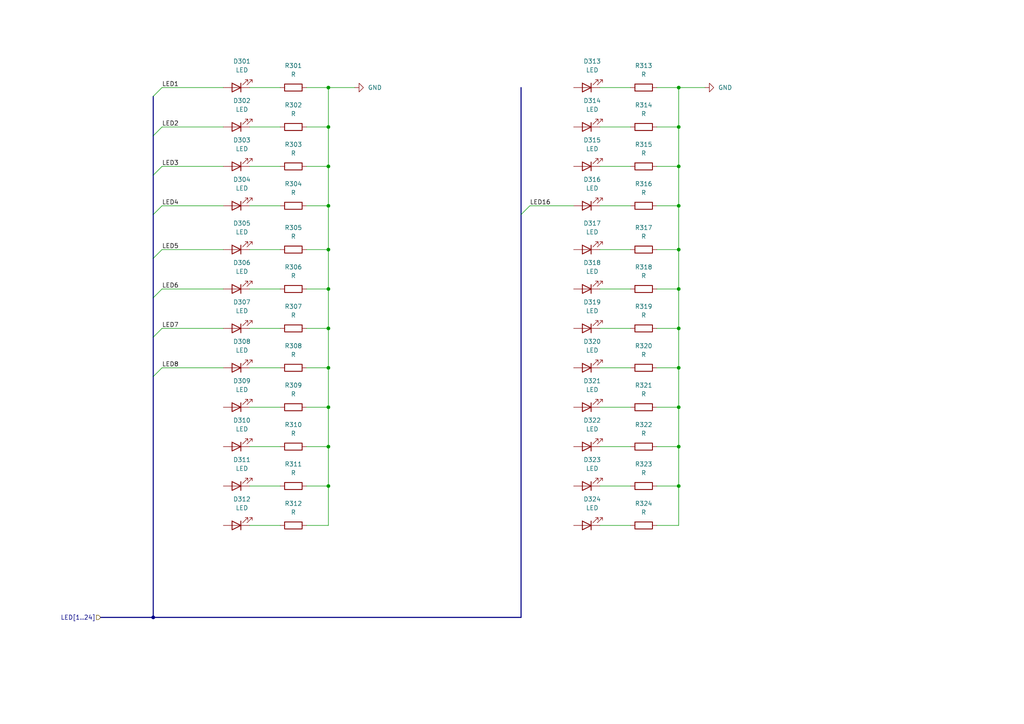
<source format=kicad_sch>
(kicad_sch (version 20230121) (generator eeschema)
  (paper "A4")
  (lib_symbols
    (symbol "Device:LED" (pin_numbers hide) (pin_names (offset 1.016) hide)
      (property "Reference" "D" (at 0 2.54 0))
      (property "Value" "LED" (at 0 -2.54 0))
      (symbol "LED_0_1"
        (polyline (pts (xy -1.27 -1.27) (xy -1.27 1.27)) (stroke (width 0.254)))
        (polyline (pts (xy -1.27 0) (xy 1.27 0)))
        (polyline (pts (xy 1.27 -1.27) (xy 1.27 1.27) (xy -1.27 0) (xy 1.27 -1.27)) (stroke (width 0.254)))
        (polyline (pts (xy -3.048 -0.762) (xy -4.572 -2.286) (xy -3.81 -2.286) (xy -4.572 -2.286) (xy -4.572 -1.524)))
        (polyline (pts (xy -1.778 -0.762) (xy -3.302 -2.286) (xy -2.54 -2.286) (xy -3.302 -2.286) (xy -3.302 -1.524)))
      )
      (symbol "LED_1_1"
        (pin passive line (at -3.81 0 0) (length 2.54) (name "K") (number "1"))
        (pin passive line (at 3.81 0 180) (length 2.54) (name "A") (number "2"))
      )
    )
    (symbol "Device:R" (pin_numbers hide) (pin_names (offset 0))
      (property "Reference" "R" (at 2.032 0 90))
      (property "Value" "R" (at 0 0 90))
      (symbol "R_0_1"
        (rectangle (start -1.016 -2.54) (end 1.016 2.54) (stroke (width 0.254)))
      )
      (symbol "R_1_1"
        (pin passive line (at 0 3.81 270) (length 1.27) (name "~") (number "1"))
        (pin passive line (at 0 -3.81 90) (length 1.27) (name "~") (number "2"))
      )
    )
    (symbol "power:GND" (power) (pin_names (offset 0))
      (property "Value" "GND" (at 0 -3.81 0))
      (symbol "GND_0_1"
        (polyline (pts (xy 0 0) (xy 0 -1.27) (xy 1.27 -1.27) (xy 0 -2.54) (xy -1.27 -1.27) (xy 0 -1.27)))
      )
      (symbol "GND_1_1"
        (pin power_in line (at 0 0 270) (length 0) hide (name "GND") (number "1"))
      )
    )
  )
  (junction (at 95.25 95.25))
  (junction (at 95.25 83.82))
  (junction (at 196.85 140.97))
  (junction (at 196.85 95.25))
  (junction (at 196.85 118.11))
  (junction (at 95.25 129.54))
  (junction (at 196.85 129.54))
  (junction (at 196.85 36.83))
  (junction (at 95.25 118.11))
  (junction (at 196.85 106.68))
  (junction (at 95.25 48.26))
  (junction (at 95.25 72.39))
  (junction (at 196.85 59.69))
  (junction (at 196.85 72.39))
  (junction (at 95.25 106.68))
  (junction (at 196.85 25.4))
  (junction (at 44.45 179.07))
  (junction (at 196.85 48.26))
  (junction (at 95.25 140.97))
  (junction (at 196.85 83.82))
  (junction (at 95.25 25.4))
  (junction (at 95.25 59.69))
  (junction (at 95.25 36.83))
  (bus_entry (at 44.45 109.22) (size 2.54 -2.54))
  (bus_entry (at 44.45 27.94) (size 2.54 -2.54))
  (bus_entry (at 44.45 97.79) (size 2.54 -2.54))
  (bus_entry (at 44.45 74.93) (size 2.54 -2.54))
  (bus_entry (at 44.45 50.8) (size 2.54 -2.54))
  (bus_entry (at 44.45 39.37) (size 2.54 -2.54))
  (bus_entry (at 44.45 86.36) (size 2.54 -2.54))
  (bus_entry (at 44.45 62.23) (size 2.54 -2.54))
  (bus_entry (at 151.13 62.23) (size 2.54 -2.54))
  (wire (pts (xy 88.9 95.25) (xy 95.25 95.25)))
  (wire (pts (xy 95.25 25.4) (xy 95.25 36.83)))
  (wire (pts (xy 190.5 129.54) (xy 196.85 129.54)))
  (wire (pts (xy 72.39 25.4) (xy 81.28 25.4)))
  (wire (pts (xy 95.25 25.4) (xy 102.87 25.4)))
  (wire (pts (xy 196.85 25.4) (xy 204.47 25.4)))
  (wire (pts (xy 88.9 72.39) (xy 95.25 72.39)))
  (bus (pts (xy 44.45 179.07) (xy 151.13 179.07)))
  (bus (pts (xy 44.45 27.94) (xy 44.45 39.37)))
  (wire (pts (xy 88.9 48.26) (xy 95.25 48.26)))
  (wire (pts (xy 173.99 59.69) (xy 182.88 59.69)))
  (bus (pts (xy 44.45 97.79) (xy 44.45 109.22)))
  (wire (pts (xy 196.85 118.11) (xy 196.85 129.54)))
  (bus (pts (xy 151.13 25.4) (xy 151.13 62.23)))
  (wire (pts (xy 173.99 36.83) (xy 182.88 36.83)))
  (wire (pts (xy 72.39 72.39) (xy 81.28 72.39)))
  (wire (pts (xy 173.99 118.11) (xy 182.88 118.11)))
  (bus (pts (xy 44.45 109.22) (xy 44.45 179.07)))
  (wire (pts (xy 173.99 72.39) (xy 182.88 72.39)))
  (wire (pts (xy 72.39 83.82) (xy 81.28 83.82)))
  (wire (pts (xy 173.99 48.26) (xy 182.88 48.26)))
  (wire (pts (xy 88.9 83.82) (xy 95.25 83.82)))
  (wire (pts (xy 88.9 36.83) (xy 95.25 36.83)))
  (wire (pts (xy 88.9 59.69) (xy 95.25 59.69)))
  (bus (pts (xy 44.45 39.37) (xy 44.45 50.8)))
  (wire (pts (xy 72.39 118.11) (xy 81.28 118.11)))
  (wire (pts (xy 190.5 118.11) (xy 196.85 118.11)))
  (bus (pts (xy 44.45 62.23) (xy 44.45 74.93)))
  (wire (pts (xy 95.25 118.11) (xy 95.25 129.54)))
  (wire (pts (xy 196.85 95.25) (xy 196.85 106.68)))
  (wire (pts (xy 46.99 106.68) (xy 64.77 106.68)))
  (wire (pts (xy 190.5 83.82) (xy 196.85 83.82)))
  (wire (pts (xy 72.39 129.54) (xy 81.28 129.54)))
  (wire (pts (xy 72.39 48.26) (xy 81.28 48.26)))
  (wire (pts (xy 95.25 36.83) (xy 95.25 48.26)))
  (wire (pts (xy 95.25 95.25) (xy 95.25 106.68)))
  (bus (pts (xy 151.13 62.23) (xy 151.13 179.07)))
  (wire (pts (xy 72.39 95.25) (xy 81.28 95.25)))
  (wire (pts (xy 88.9 129.54) (xy 95.25 129.54)))
  (wire (pts (xy 173.99 95.25) (xy 182.88 95.25)))
  (wire (pts (xy 46.99 36.83) (xy 64.77 36.83)))
  (wire (pts (xy 95.25 59.69) (xy 95.25 72.39)))
  (wire (pts (xy 95.25 129.54) (xy 95.25 140.97)))
  (wire (pts (xy 46.99 95.25) (xy 64.77 95.25)))
  (wire (pts (xy 173.99 152.4) (xy 182.88 152.4)))
  (wire (pts (xy 196.85 36.83) (xy 196.85 48.26)))
  (wire (pts (xy 173.99 106.68) (xy 182.88 106.68)))
  (wire (pts (xy 190.5 59.69) (xy 196.85 59.69)))
  (wire (pts (xy 88.9 118.11) (xy 95.25 118.11)))
  (wire (pts (xy 190.5 140.97) (xy 196.85 140.97)))
  (wire (pts (xy 88.9 152.4) (xy 95.25 152.4)))
  (wire (pts (xy 196.85 72.39) (xy 196.85 83.82)))
  (wire (pts (xy 95.25 83.82) (xy 95.25 95.25)))
  (wire (pts (xy 173.99 140.97) (xy 182.88 140.97)))
  (wire (pts (xy 46.99 48.26) (xy 64.77 48.26)))
  (bus (pts (xy 44.45 74.93) (xy 44.45 86.36)))
  (wire (pts (xy 72.39 152.4) (xy 81.28 152.4)))
  (wire (pts (xy 190.5 25.4) (xy 196.85 25.4)))
  (wire (pts (xy 88.9 25.4) (xy 95.25 25.4)))
  (wire (pts (xy 46.99 59.69) (xy 64.77 59.69)))
  (bus (pts (xy 44.45 50.8) (xy 44.45 62.23)))
  (wire (pts (xy 196.85 48.26) (xy 196.85 59.69)))
  (wire (pts (xy 196.85 59.69) (xy 196.85 72.39)))
  (wire (pts (xy 173.99 25.4) (xy 182.88 25.4)))
  (wire (pts (xy 95.25 106.68) (xy 95.25 118.11)))
  (wire (pts (xy 88.9 140.97) (xy 95.25 140.97)))
  (wire (pts (xy 72.39 140.97) (xy 81.28 140.97)))
  (wire (pts (xy 190.5 95.25) (xy 196.85 95.25)))
  (bus (pts (xy 44.45 86.36) (xy 44.45 97.79)))
  (wire (pts (xy 72.39 36.83) (xy 81.28 36.83)))
  (wire (pts (xy 196.85 106.68) (xy 196.85 118.11)))
  (wire (pts (xy 173.99 129.54) (xy 182.88 129.54)))
  (wire (pts (xy 46.99 83.82) (xy 64.77 83.82)))
  (wire (pts (xy 72.39 59.69) (xy 81.28 59.69)))
  (wire (pts (xy 173.99 83.82) (xy 182.88 83.82)))
  (wire (pts (xy 153.67 59.69) (xy 166.37 59.69)))
  (wire (pts (xy 95.25 140.97) (xy 95.25 152.4)))
  (wire (pts (xy 46.99 72.39) (xy 64.77 72.39)))
  (wire (pts (xy 95.25 72.39) (xy 95.25 83.82)))
  (wire (pts (xy 190.5 72.39) (xy 196.85 72.39)))
  (wire (pts (xy 72.39 106.68) (xy 81.28 106.68)))
  (wire (pts (xy 196.85 129.54) (xy 196.85 140.97)))
  (wire (pts (xy 196.85 83.82) (xy 196.85 95.25)))
  (wire (pts (xy 46.99 25.4) (xy 64.77 25.4)))
  (bus (pts (xy 29.21 179.07) (xy 44.45 179.07)))
  (wire (pts (xy 190.5 152.4) (xy 196.85 152.4)))
  (wire (pts (xy 95.25 48.26) (xy 95.25 59.69)))
  (wire (pts (xy 190.5 48.26) (xy 196.85 48.26)))
  (wire (pts (xy 190.5 106.68) (xy 196.85 106.68)))
  (wire (pts (xy 196.85 140.97) (xy 196.85 152.4)))
  (wire (pts (xy 88.9 106.68) (xy 95.25 106.68)))
  (wire (pts (xy 196.85 25.4) (xy 196.85 36.83)))
  (wire (pts (xy 190.5 36.83) (xy 196.85 36.83)))
  (label "LED3" (at 46.99 48.26 0))
  (label "LED4" (at 46.99 59.69 0))
  (label "LED7" (at 46.99 95.25 0))
  (label "LED2" (at 46.99 36.83 0))
  (label "LED5" (at 46.99 72.39 0))
  (label "LED6" (at 46.99 83.82 0))
  (label "LED8" (at 46.99 106.68 0))
  (label "LED1" (at 46.99 25.4 0))
  (label "LED16" (at 153.67 59.69 0))
  (hierarchical_label "LED[1..24]" (shape input) (at 29.21 179.07 180))
  (symbol (lib_id "Device:LED") (at 68.58 59.69 180) (unit 1)
    (property "Reference" "D304" (at 70.1675 52.07 0))
    (property "Value" "LED" (at 70.1675 54.61 0))
    (property "Footprint" "LED_THT:LED_D5.0mm" (effects hide))
  )
  (symbol (lib_id "Device:R") (at 85.09 129.54 90) (unit 1)
    (property "Reference" "R310" (at 85.09 123.19 90))
    (property "Value" "R" (at 85.09 125.73 90))
    (property "Footprint" "Resistor_THT:R_Axial_DIN0207_L6.3mm_D2.5mm_P7.62mm_Horizontal" (effects hide))
  )
  (symbol (lib_id "Device:R") (at 186.69 95.25 90) (unit 1)
    (property "Reference" "R319" (at 186.69 88.9 90))
    (property "Value" "R" (at 186.69 91.44 90))
    (property "Footprint" "Resistor_THT:R_Axial_DIN0207_L6.3mm_D2.5mm_P7.62mm_Horizontal" (effects hide))
  )
  (symbol (lib_id "Device:LED") (at 170.18 129.54 180) (unit 1)
    (property "Reference" "D322" (at 171.7675 121.92 0))
    (property "Value" "LED" (at 171.7675 124.46 0))
    (property "Footprint" "LED_THT:LED_D5.0mm" (effects hide))
  )
  (symbol (lib_id "Device:R") (at 85.09 106.68 90) (unit 1)
    (property "Reference" "R308" (at 85.09 100.33 90))
    (property "Value" "R" (at 85.09 102.87 90))
    (property "Footprint" "Resistor_THT:R_Axial_DIN0207_L6.3mm_D2.5mm_P7.62mm_Horizontal" (effects hide))
  )
  (symbol (lib_id "Device:LED") (at 68.58 129.54 180) (unit 1)
    (property "Reference" "D310" (at 70.1675 121.92 0))
    (property "Value" "LED" (at 70.1675 124.46 0))
    (property "Footprint" "LED_THT:LED_D5.0mm" (effects hide))
  )
  (symbol (lib_id "Device:LED") (at 170.18 48.26 180) (unit 1)
    (property "Reference" "D315" (at 171.7675 40.64 0))
    (property "Value" "LED" (at 171.7675 43.18 0))
    (property "Footprint" "LED_THT:LED_D5.0mm" (effects hide))
  )
  (symbol (lib_id "Device:R") (at 85.09 140.97 90) (unit 1)
    (property "Reference" "R311" (at 85.09 134.62 90))
    (property "Value" "R" (at 85.09 137.16 90))
    (property "Footprint" "Resistor_THT:R_Axial_DIN0207_L6.3mm_D2.5mm_P7.62mm_Horizontal" (effects hide))
  )
  (symbol (lib_id "Device:R") (at 186.69 83.82 90) (unit 1)
    (property "Reference" "R318" (at 186.69 77.47 90))
    (property "Value" "R" (at 186.69 80.01 90))
    (property "Footprint" "Resistor_THT:R_Axial_DIN0207_L6.3mm_D2.5mm_P7.62mm_Horizontal" (effects hide))
  )
  (symbol (lib_id "Device:R") (at 85.09 118.11 90) (unit 1)
    (property "Reference" "R309" (at 85.09 111.76 90))
    (property "Value" "R" (at 85.09 114.3 90))
    (property "Footprint" "Resistor_THT:R_Axial_DIN0207_L6.3mm_D2.5mm_P7.62mm_Horizontal" (effects hide))
  )
  (symbol (lib_id "Device:LED") (at 68.58 152.4 180) (unit 1)
    (property "Reference" "D312" (at 70.1675 144.78 0))
    (property "Value" "LED" (at 70.1675 147.32 0))
    (property "Footprint" "LED_THT:LED_D5.0mm" (effects hide))
  )
  (symbol (lib_id "Device:LED") (at 170.18 95.25 180) (unit 1)
    (property "Reference" "D319" (at 171.7675 87.63 0))
    (property "Value" "LED" (at 171.7675 90.17 0))
    (property "Footprint" "LED_THT:LED_D5.0mm" (effects hide))
  )
  (symbol (lib_id "Device:LED") (at 68.58 72.39 180) (unit 1)
    (property "Reference" "D305" (at 70.1675 64.77 0))
    (property "Value" "LED" (at 70.1675 67.31 0))
    (property "Footprint" "LED_THT:LED_D5.0mm" (effects hide))
  )
  (symbol (lib_id "Device:R") (at 186.69 59.69 90) (unit 1)
    (property "Reference" "R316" (at 186.69 53.34 90))
    (property "Value" "R" (at 186.69 55.88 90))
    (property "Footprint" "Resistor_THT:R_Axial_DIN0207_L6.3mm_D2.5mm_P7.62mm_Horizontal" (effects hide))
  )
  (symbol (lib_id "Device:R") (at 85.09 48.26 90) (unit 1)
    (property "Reference" "R303" (at 85.09 41.91 90))
    (property "Value" "R" (at 85.09 44.45 90))
    (property "Footprint" "Resistor_THT:R_Axial_DIN0207_L6.3mm_D2.5mm_P7.62mm_Horizontal" (effects hide))
  )
  (symbol (lib_id "Device:LED") (at 170.18 140.97 180) (unit 1)
    (property "Reference" "D323" (at 171.7675 133.35 0))
    (property "Value" "LED" (at 171.7675 135.89 0))
    (property "Footprint" "LED_THT:LED_D5.0mm" (effects hide))
  )
  (symbol (lib_id "Device:LED") (at 68.58 118.11 180) (unit 1)
    (property "Reference" "D309" (at 70.1675 110.49 0))
    (property "Value" "LED" (at 70.1675 113.03 0))
    (property "Footprint" "LED_THT:LED_D5.0mm" (effects hide))
  )
  (symbol (lib_id "Device:R") (at 85.09 95.25 90) (unit 1)
    (property "Reference" "R307" (at 85.09 88.9 90))
    (property "Value" "R" (at 85.09 91.44 90))
    (property "Footprint" "Resistor_THT:R_Axial_DIN0207_L6.3mm_D2.5mm_P7.62mm_Horizontal" (effects hide))
  )
  (symbol (lib_id "Device:R") (at 85.09 83.82 90) (unit 1)
    (property "Reference" "R306" (at 85.09 77.47 90))
    (property "Value" "R" (at 85.09 80.01 90))
    (property "Footprint" "Resistor_THT:R_Axial_DIN0207_L6.3mm_D2.5mm_P7.62mm_Horizontal" (effects hide))
  )
  (symbol (lib_id "Device:LED") (at 68.58 140.97 180) (unit 1)
    (property "Reference" "D311" (at 70.1675 133.35 0))
    (property "Value" "LED" (at 70.1675 135.89 0))
    (property "Footprint" "LED_THT:LED_D5.0mm" (effects hide))
  )
  (symbol (lib_id "Device:R") (at 186.69 129.54 90) (unit 1)
    (property "Reference" "R322" (at 186.69 123.19 90))
    (property "Value" "R" (at 186.69 125.73 90))
    (property "Footprint" "Resistor_THT:R_Axial_DIN0207_L6.3mm_D2.5mm_P7.62mm_Horizontal" (effects hide))
  )
  (symbol (lib_id "Device:R") (at 186.69 140.97 90) (unit 1)
    (property "Reference" "R323" (at 186.69 134.62 90))
    (property "Value" "R" (at 186.69 137.16 90))
    (property "Footprint" "Resistor_THT:R_Axial_DIN0207_L6.3mm_D2.5mm_P7.62mm_Horizontal" (effects hide))
  )
  (symbol (lib_id "power:GND") (at 204.47 25.4 90) (unit 1)
    (property "Reference" "#PWR0302" (effects hide))
    (property "Value" "GND" (at 208.28 25.4 90) (effects (justify right)))
  )
  (symbol (lib_id "Device:LED") (at 170.18 106.68 180) (unit 1)
    (property "Reference" "D320" (at 171.7675 99.06 0))
    (property "Value" "LED" (at 171.7675 101.6 0))
    (property "Footprint" "LED_THT:LED_D5.0mm" (effects hide))
  )
  (symbol (lib_id "Device:R") (at 186.69 72.39 90) (unit 1)
    (property "Reference" "R317" (at 186.69 66.04 90))
    (property "Value" "R" (at 186.69 68.58 90))
    (property "Footprint" "Resistor_THT:R_Axial_DIN0207_L6.3mm_D2.5mm_P7.62mm_Horizontal" (effects hide))
  )
  (symbol (lib_id "Device:LED") (at 170.18 152.4 180) (unit 1)
    (property "Reference" "D324" (at 171.7675 144.78 0))
    (property "Value" "LED" (at 171.7675 147.32 0))
    (property "Footprint" "LED_THT:LED_D5.0mm" (effects hide))
  )
  (symbol (lib_id "Device:LED") (at 68.58 106.68 180) (unit 1)
    (property "Reference" "D308" (at 70.1675 99.06 0))
    (property "Value" "LED" (at 70.1675 101.6 0))
    (property "Footprint" "LED_THT:LED_D5.0mm" (effects hide))
  )
  (symbol (lib_id "Device:LED") (at 170.18 72.39 180) (unit 1)
    (property "Reference" "D317" (at 171.7675 64.77 0))
    (property "Value" "LED" (at 171.7675 67.31 0))
    (property "Footprint" "LED_THT:LED_D5.0mm" (effects hide))
  )
  (symbol (lib_id "Device:R") (at 186.69 106.68 90) (unit 1)
    (property "Reference" "R320" (at 186.69 100.33 90))
    (property "Value" "R" (at 186.69 102.87 90))
    (property "Footprint" "Resistor_THT:R_Axial_DIN0207_L6.3mm_D2.5mm_P7.62mm_Horizontal" (effects hide))
  )
  (symbol (lib_id "Device:R") (at 85.09 72.39 90) (unit 1)
    (property "Reference" "R305" (at 85.09 66.04 90))
    (property "Value" "R" (at 85.09 68.58 90))
    (property "Footprint" "Resistor_THT:R_Axial_DIN0207_L6.3mm_D2.5mm_P7.62mm_Horizontal" (effects hide))
  )
  (symbol (lib_id "Device:LED") (at 68.58 83.82 180) (unit 1)
    (property "Reference" "D306" (at 70.1675 76.2 0))
    (property "Value" "LED" (at 70.1675 78.74 0))
    (property "Footprint" "LED_THT:LED_D5.0mm" (effects hide))
  )
  (symbol (lib_id "Device:LED") (at 170.18 36.83 180) (unit 1)
    (property "Reference" "D314" (at 171.7675 29.21 0))
    (property "Value" "LED" (at 171.7675 31.75 0))
    (property "Footprint" "LED_THT:LED_D5.0mm" (effects hide))
  )
  (symbol (lib_id "Device:LED") (at 68.58 25.4 180) (unit 1)
    (property "Reference" "D301" (at 70.1675 17.78 0))
    (property "Value" "LED" (at 70.1675 20.32 0))
    (property "Footprint" "LED_THT:LED_D5.0mm" (effects hide))
  )
  (symbol (lib_id "Device:R") (at 186.69 25.4 90) (unit 1)
    (property "Reference" "R313" (at 186.69 19.05 90))
    (property "Value" "R" (at 186.69 21.59 90))
    (property "Footprint" "Resistor_THT:R_Axial_DIN0207_L6.3mm_D2.5mm_P7.62mm_Horizontal" (effects hide))
  )
  (symbol (lib_id "Device:LED") (at 170.18 25.4 180) (unit 1)
    (property "Reference" "D313" (at 171.7675 17.78 0))
    (property "Value" "LED" (at 171.7675 20.32 0))
    (property "Footprint" "LED_THT:LED_D5.0mm" (effects hide))
  )
  (symbol (lib_id "Device:R") (at 186.69 36.83 90) (unit 1)
    (property "Reference" "R314" (at 186.69 30.48 90))
    (property "Value" "R" (at 186.69 33.02 90))
    (property "Footprint" "Resistor_THT:R_Axial_DIN0207_L6.3mm_D2.5mm_P7.62mm_Horizontal" (effects hide))
  )
  (symbol (lib_id "Device:LED") (at 68.58 36.83 180) (unit 1)
    (property "Reference" "D302" (at 70.1675 29.21 0))
    (property "Value" "LED" (at 70.1675 31.75 0))
    (property "Footprint" "LED_THT:LED_D5.0mm" (effects hide))
  )
  (symbol (lib_id "Device:R") (at 186.69 152.4 90) (unit 1)
    (property "Reference" "R324" (at 186.69 146.05 90))
    (property "Value" "R" (at 186.69 148.59 90))
    (property "Footprint" "Resistor_THT:R_Axial_DIN0207_L6.3mm_D2.5mm_P7.62mm_Horizontal" (effects hide))
  )
  (symbol (lib_id "Device:R") (at 186.69 48.26 90) (unit 1)
    (property "Reference" "R315" (at 186.69 41.91 90))
    (property "Value" "R" (at 186.69 44.45 90))
    (property "Footprint" "Resistor_THT:R_Axial_DIN0207_L6.3mm_D2.5mm_P7.62mm_Horizontal" (effects hide))
  )
  (symbol (lib_id "Device:R") (at 85.09 36.83 90) (unit 1)
    (property "Reference" "R302" (at 85.09 30.48 90))
    (property "Value" "R" (at 85.09 33.02 90))
    (property "Footprint" "Resistor_THT:R_Axial_DIN0207_L6.3mm_D2.5mm_P7.62mm_Horizontal" (effects hide))
  )
  (symbol (lib_id "Device:LED") (at 170.18 118.11 180) (unit 1)
    (property "Reference" "D321" (at 171.7675 110.49 0))
    (property "Value" "LED" (at 171.7675 113.03 0))
    (property "Footprint" "LED_THT:LED_D5.0mm" (effects hide))
  )
  (symbol (lib_id "Device:LED") (at 170.18 83.82 180) (unit 1)
    (property "Reference" "D318" (at 171.7675 76.2 0))
    (property "Value" "LED" (at 171.7675 78.74 0))
    (property "Footprint" "LED_THT:LED_D5.0mm" (effects hide))
  )
  (symbol (lib_id "Device:LED") (at 68.58 95.25 180) (unit 1)
    (property "Reference" "D307" (at 70.1675 87.63 0))
    (property "Value" "LED" (at 70.1675 90.17 0))
    (property "Footprint" "LED_THT:LED_D5.0mm" (effects hide))
  )
  (symbol (lib_id "Device:R") (at 186.69 118.11 90) (unit 1)
    (property "Reference" "R321" (at 186.69 111.76 90))
    (property "Value" "R" (at 186.69 114.3 90))
    (property "Footprint" "Resistor_THT:R_Axial_DIN0207_L6.3mm_D2.5mm_P7.62mm_Horizontal" (effects hide))
  )
  (symbol (lib_id "Device:R") (at 85.09 152.4 90) (unit 1)
    (property "Reference" "R312" (at 85.09 146.05 90))
    (property "Value" "R" (at 85.09 148.59 90))
    (property "Footprint" "Resistor_THT:R_Axial_DIN0207_L6.3mm_D2.5mm_P7.62mm_Horizontal" (effects hide))
  )
  (symbol (lib_id "Device:R") (at 85.09 59.69 90) (unit 1)
    (property "Reference" "R304" (at 85.09 53.34 90))
    (property "Value" "R" (at 85.09 55.88 90))
    (property "Footprint" "Resistor_THT:R_Axial_DIN0207_L6.3mm_D2.5mm_P7.62mm_Horizontal" (effects hide))
  )
  (symbol (lib_id "Device:LED") (at 170.18 59.69 180) (unit 1)
    (property "Reference" "D316" (at 171.7675 52.07 0))
    (property "Value" "LED" (at 171.7675 54.61 0))
    (property "Footprint" "LED_THT:LED_D5.0mm" (effects hide))
  )
  (symbol (lib_id "Device:R") (at 85.09 25.4 90) (unit 1)
    (property "Reference" "R301" (at 85.09 19.05 90))
    (property "Value" "R" (at 85.09 21.59 90))
    (property "Footprint" "Resistor_THT:R_Axial_DIN0207_L6.3mm_D2.5mm_P7.62mm_Horizontal" (effects hide))
  )
  (symbol (lib_id "power:GND") (at 102.87 25.4 90) (unit 1)
    (property "Reference" "#PWR0301" (effects hide))
    (property "Value" "GND" (at 106.68 25.4 90) (effects (justify right)))
  )
  (symbol (lib_id "Device:LED") (at 68.58 48.26 180) (unit 1)
    (property "Reference" "D303" (at 70.1675 40.64 0))
    (property "Value" "LED" (at 70.1675 43.18 0))
    (property "Footprint" "LED_THT:LED_D5.0mm" (effects hide))
  )
)
</source>
